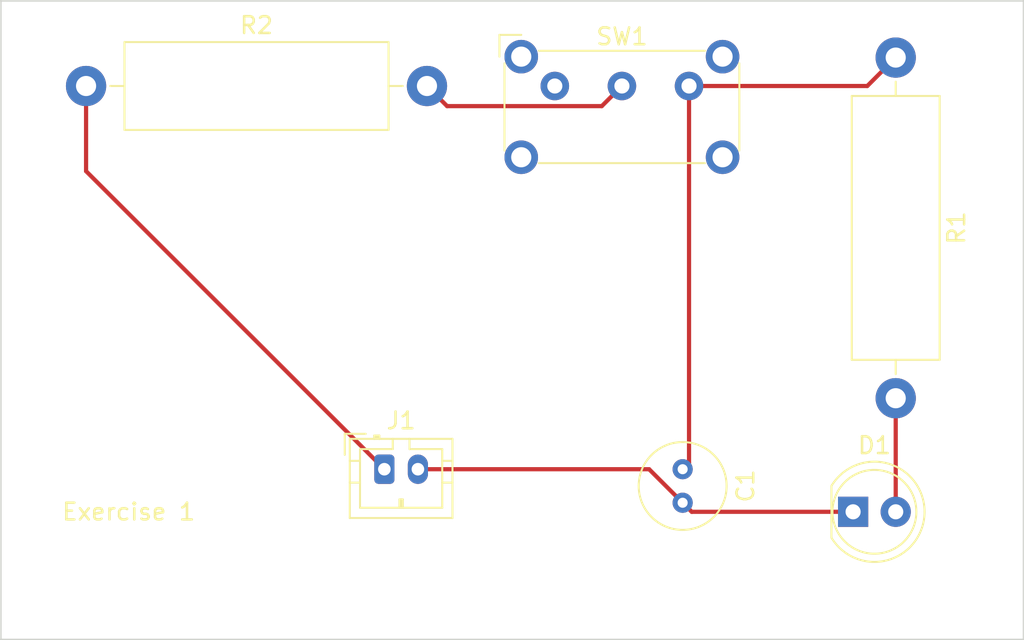
<source format=kicad_pcb>
(kicad_pcb (version 20211014) (generator pcbnew)
  (layers (0 "F.Cu" signal) (31 "B.Cu" signal) (34 "B.Paste" user) (35 "F.Paste" user) (36 "B.SilkS" user "B.Silkscreen") (37 "F.SilkS" user "F.Silkscreen") (38 "B.Mask" user) (39 "F.Mask" user) (44 "Edge.Cuts" user))
  (net 0 "")
  (net 1 "Net-(C1-Pad1)")
  (net 2 "Net-(C1-Pad2)")
  (net 3 "Net-(D1-Pad2)")
  (net 4 "Net-(J1-Pad1)")
  (net 5 "Net-(R2-Pad2)")
  (footprint "Connector_JST:JST_PH_B2B-PH-K_1x02_P2.00mm_Vertical" (layer "F.Cu") (at 134.62 83.82)
    (fp_text reference "J1" (at 1 -2.9) (layer "F.SilkS"))
    (fp_text value "9V")
    (fp_line (start 1 2.3) (end 1 1.8) (layer "F.SilkS") (width 0.12))
    (fp_line (start 3.45 2.3) (end 3.45 -1.2) (layer "F.SilkS") (width 0.12))
    (fp_line (start -2.06 2.91) (end 4.06 2.91) (layer "F.SilkS") (width 0.12))
    (fp_line (start -0.3 -1.91) (end -0.6 -1.91) (layer "F.SilkS") (width 0.12))
    (fp_line (start 4.06 -0.5) (end 3.45 -0.5) (layer "F.SilkS") (width 0.12))
    (fp_line (start 4.06 2.91) (end 4.06 -1.81) (layer "F.SilkS") (width 0.12))
    (fp_line (start -2.06 -0.5) (end -1.45 -0.5) (layer "F.SilkS") (width 0.12))
    (fp_line (start -2.06 -1.81) (end -2.06 2.91) (layer "F.SilkS") (width 0.12))
    (fp_line (start -1.45 2.3) (end 3.45 2.3) (layer "F.SilkS") (width 0.12))
    (fp_line (start 1.5 -1.2) (end 1.5 -1.81) (layer "F.SilkS") (width 0.12))
    (fp_line (start 0.9 1.8) (end 1.1 1.8) (layer "F.SilkS") (width 0.12))
    (fp_line (start 0.5 -1.2) (end -1.45 -1.2) (layer "F.SilkS") (width 0.12))
    (fp_line (start -1.11 -2.11) (end -2.36 -2.11) (layer "F.SilkS") (width 0.12))
    (fp_line (start 4.06 0.8) (end 3.45 0.8) (layer "F.SilkS") (width 0.12))
    (fp_line (start -2.36 -2.11) (end -2.36 -0.86) (layer "F.SilkS") (width 0.12))
    (fp_line (start -0.6 -2.01) (end -0.6 -1.81) (layer "F.SilkS") (width 0.12))
    (fp_line (start 0.9 2.3) (end 0.9 1.8) (layer "F.SilkS") (width 0.12))
    (fp_line (start 4.06 -1.81) (end -2.06 -1.81) (layer "F.SilkS") (width 0.12))
    (fp_line (start 1.1 1.8) (end 1.1 2.3) (layer "F.SilkS") (width 0.12))
    (fp_line (start -1.45 -1.2) (end -1.45 2.3) (layer "F.SilkS") (width 0.12))
    (fp_line (start 0.5 -1.81) (end 0.5 -1.2) (layer "F.SilkS") (width 0.12))
    (fp_line (start -0.3 -1.81) (end -0.3 -2.01) (layer "F.SilkS") (width 0.12))
    (fp_line (start -0.3 -2.01) (end -0.6 -2.01) (layer "F.SilkS") (width 0.12))
    (fp_line (start -2.06 0.8) (end -1.45 0.8) (layer "F.SilkS") (width 0.12))
    (fp_line (start 3.45 -1.2) (end 1.5 -1.2) (layer "F.SilkS") (width 0.12))
    (pad "1" thru_hole roundrect (at 0 0) (size 1.2 1.75) (drill 0.75) (layers *.Cu *.Mask) (roundrect_rratio 0.208333) (net 4 "Net-(J1-Pad1)"))
    (pad "2" thru_hole oval (at 2 0) (size 1.2 1.75) (drill 0.75) (layers *.Cu *.Mask) (net 2 "Net-(C1-Pad2)"))
  )
  (footprint "Resistor_THT:R_Axial_DIN0516_L15.5mm_D5.0mm_P20.32mm_Horizontal" (layer "F.Cu") (at 116.84 60.96)
    (fp_text reference "R2" (at 10.16 -3.62) (layer "F.SilkS"))
    (fp_text value "2.2kΩ")
    (fp_line (start 2.29 2.62) (end 18.03 2.62) (layer "F.SilkS") (width 0.12))
    (fp_line (start 18.03 2.62) (end 18.03 -2.62) (layer "F.SilkS") (width 0.12))
    (fp_line (start 18.88 0) (end 18.03 0) (layer "F.SilkS") (width 0.12))
    (fp_line (start 18.03 -2.62) (end 2.29 -2.62) (layer "F.SilkS") (width 0.12))
    (fp_line (start 2.29 -2.62) (end 2.29 2.62) (layer "F.SilkS") (width 0.12))
    (fp_line (start 1.44 0) (end 2.29 0) (layer "F.SilkS") (width 0.12))
    (pad "1" thru_hole circle (at 0 0) (size 2.4 2.4) (drill 1.2) (layers *.Cu *.Mask) (net 4 "Net-(J1-Pad1)"))
    (pad "2" thru_hole oval (at 20.32 0) (size 2.4 2.4) (drill 1.2) (layers *.Cu *.Mask) (net 5 "Net-(R2-Pad2)"))
  )
  (footprint "Button_Switch_THT:SW_E-Switch_EG1224_SPDT_Angled" (layer "F.Cu") (at 144.78 60.96)
    (fp_text reference "SW1" (at 4 -2.95) (layer "F.SilkS"))
    (fp_text value ".")
    (fp_line (start 11 -1.35) (end 11 3.85) (layer "F.SilkS") (width 0.12))
    (fp_line (start -3.3 -1.75) (end -3.3 -3.05) (layer "F.SilkS") (width 0.12))
    (fp_line (start 8.95 4.6) (end -0.95 4.6) (layer "F.SilkS") (width 0.12))
    (fp_line (start -3.3 -3.05) (end -2 -3.05) (layer "F.SilkS") (width 0.12))
    (fp_line (start -3 3.85) (end -3 -1.35) (layer "F.SilkS") (width 0.12))
    (fp_line (start -0.95 -2.1) (end 8.95 -2.1) (layer "F.SilkS") (width 0.12))
    (pad "" thru_hole circle (at -2 4.25) (size 2 2) (drill 1.2) (layers *.Cu *.Mask))
    (pad "" thru_hole circle (at 10 -1.75) (size 2 2) (drill 1.2) (layers *.Cu *.Mask))
    (pad "" thru_hole circle (at 10 4.25) (size 2 2) (drill 1.2) (layers *.Cu *.Mask))
    (pad "" thru_hole circle (at -2 -1.75) (size 2 2) (drill 1.2) (layers *.Cu *.Mask))
    (pad "1" thru_hole circle (at 0 0) (size 1.7 1.7) (drill 0.9) (layers *.Cu *.Mask))
    (pad "2" thru_hole circle (at 4 0) (size 1.7 1.7) (drill 0.9) (layers *.Cu *.Mask) (net 5 "Net-(R2-Pad2)"))
    (pad "3" thru_hole circle (at 8 0) (size 1.7 1.7) (drill 0.9) (layers *.Cu *.Mask) (net 1 "Net-(C1-Pad1)"))
  )
  (footprint "Resistor_THT:R_Axial_DIN0516_L15.5mm_D5.0mm_P20.32mm_Horizontal" (layer "F.Cu") (at 165.1 59.265 -90)
    (fp_text reference "R1" (at 10.16 -3.62 90) (layer "F.SilkS"))
    (fp_text value "20kΩ")
    (fp_line (start 18.03 -2.62) (end 2.29 -2.62) (layer "F.SilkS") (width 0.12))
    (fp_line (start 2.29 2.62) (end 18.03 2.62) (layer "F.SilkS") (width 0.12))
    (fp_line (start 1.44 0) (end 2.29 0) (layer "F.SilkS") (width 0.12))
    (fp_line (start 18.88 0) (end 18.03 0) (layer "F.SilkS") (width 0.12))
    (fp_line (start 2.29 -2.62) (end 2.29 2.62) (layer "F.SilkS") (width 0.12))
    (fp_line (start 18.03 2.62) (end 18.03 -2.62) (layer "F.SilkS") (width 0.12))
    (pad "1" thru_hole circle (at 0 0 270) (size 2.4 2.4) (drill 1.2) (layers *.Cu *.Mask) (net 1 "Net-(C1-Pad1)"))
    (pad "2" thru_hole oval (at 20.32 0 270) (size 2.4 2.4) (drill 1.2) (layers *.Cu *.Mask) (net 3 "Net-(D1-Pad2)"))
  )
  (footprint "Capacitor_THT:C_Radial_D5.0mm_H5.0mm_P2.00mm" (layer "F.Cu") (at 152.4 83.82 -90)
    (fp_text reference "C1" (at 1 -3.75 90) (layer "F.SilkS"))
    (fp_text value "4.7µF")
    (fp_circle (center 1 0) (end 3.62 0) (layer "F.SilkS") (width 0.12) (fill none))
    (pad "1" thru_hole circle (at 0 0 270) (size 1.2 1.2) (drill 0.6) (layers *.Cu *.Mask) (net 1 "Net-(C1-Pad1)"))
    (pad "2" thru_hole circle (at 2 0 270) (size 1.2 1.2) (drill 0.6) (layers *.Cu *.Mask) (net 2 "Net-(C1-Pad2)"))
  )
  (footprint "LED_THT:LED_D5.0mm" (layer "F.Cu") (at 162.56 86.36)
    (fp_text reference "D1" (at 1.27 -3.96) (layer "F.SilkS"))
    (fp_text value "LED")
    (fp_line (start -1.29 -1.545) (end -1.29 1.545) (layer "F.SilkS") (width 0.12))
    (fp_arc (start 4.26 -0.000462) (mid 2.072002 2.880433) (end -1.29 1.54483) (layer "F.SilkS") (width 0.12))
    (fp_arc (start -1.29 -1.54483) (mid 2.072002 -2.880433) (end 4.26 0.000462) (layer "F.SilkS") (width 0.12))
    (fp_circle (center 1.27 0) (end 3.77 0) (layer "F.SilkS") (width 0.12) (fill none))
    (pad "1" thru_hole rect (at 0 0) (size 1.8 1.8) (drill 0.9) (layers *.Cu *.Mask) (net 2 "Net-(C1-Pad2)"))
    (pad "2" thru_hole circle (at 2.54 0) (size 1.8 1.8) (drill 0.9) (layers *.Cu *.Mask) (net 3 "Net-(D1-Pad2)"))
  )
  (gr_rect (start 111.76 55.88) (end 172.72 93.98) (layer "Edge.Cuts") (width 0.1) (fill none))
  (gr_text "Exercise 1" (at 119.38 86.36) (layer "F.SilkS") (effects (font (size 1 1))))
  (segment (start 163.405 60.96) (end 165.1 59.265) (width 0.25) (layer "F.Cu") (net 1))
  (segment (start 152.78 60.96) (end 152.78 83.44) (width 0.25) (layer "F.Cu") (net 1))
  (segment (start 152.78 60.96) (end 163.405 60.96) (width 0.25) (layer "F.Cu") (net 1))
  (segment (start 152.78 83.44) (end 152.4 83.82) (width 0.25) (layer "F.Cu") (net 1))
  (segment (start 162.56 86.36) (end 152.94 86.36) (width 0.25) (layer "F.Cu") (net 2))
  (segment (start 152.94 86.36) (end 152.4 85.82) (width 0.25) (layer "F.Cu") (net 2))
  (segment (start 152.4 85.82) (end 150.4 83.82) (width 0.25) (layer "F.Cu") (net 2))
  (segment (start 150.4 83.82) (end 136.62 83.82) (width 0.25) (layer "F.Cu") (net 2))
  (segment (start 165.1 79.585) (end 165.1 86.36) (width 0.25) (layer "F.Cu") (net 3))
  (segment (start 134.62 83.82) (end 116.84 66.04) (width 0.25) (layer "F.Cu") (net 4))
  (segment (start 116.84 66.04) (end 116.84 60.96) (width 0.25) (layer "F.Cu") (net 4))
  (segment (start 147.58 62.16) (end 148.78 60.96) (width 0.25) (layer "F.Cu") (net 5))
  (segment (start 137.16 60.96) (end 138.36 62.16) (width 0.25) (layer "F.Cu") (net 5))
  (segment (start 138.36 62.16) (end 147.58 62.16) (width 0.25) (layer "F.Cu") (net 5))
)
</source>
